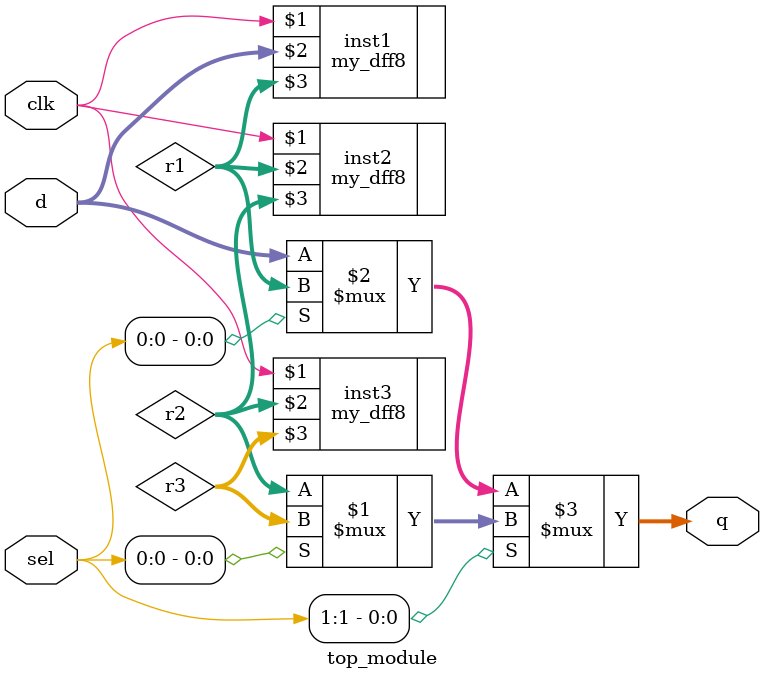
<source format=v>
module top_module ( 
    input clk, 
    input [7:0] d, 
    input [1:0] sel, 
    output [7:0] q 
);
    wire [7:0] r1 , r2 , r3;
    
    my_dff8 inst1(clk,d,r1);
    my_dff8 inst2(clk,r1,r2);
    my_dff8 inst3(clk,r2,r3);
    
    assign q = sel[1] ? (sel[0] ? r3 : r2) : (sel[0] ? r1 : d);
endmodule

</source>
